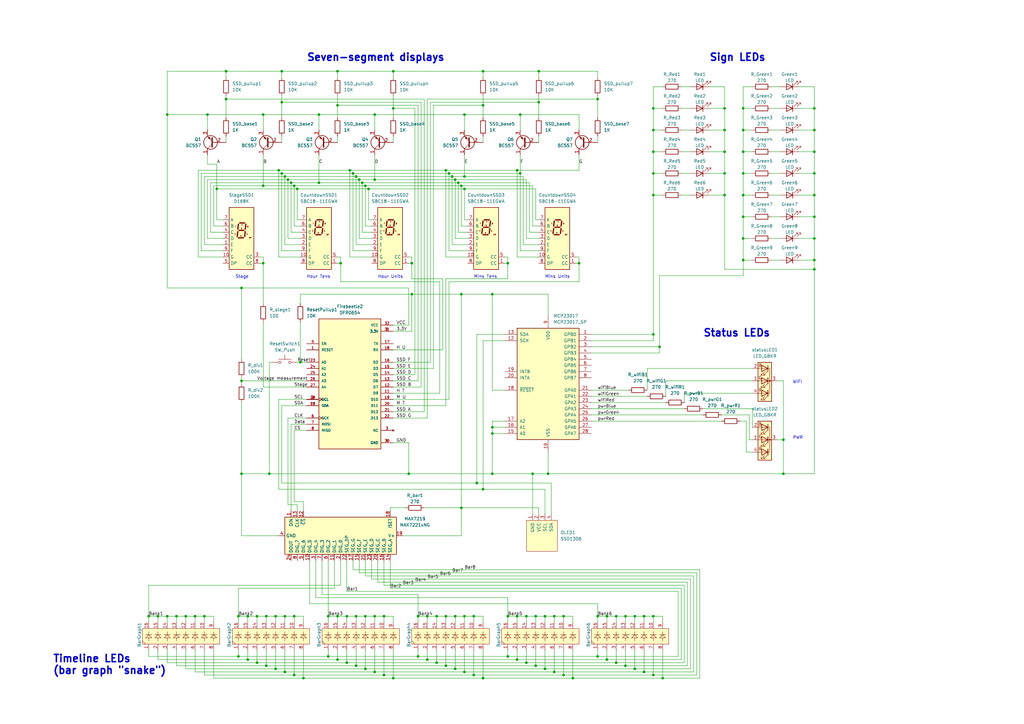
<source format=kicad_sch>
(kicad_sch (version 20230121) (generator eeschema)
  (paper "A3")
  (title_block (title "Loadshedding Clock") (date "2023-12-12") (rev "1"))
  (junction (at 334.01 44.45))
  (junction (at 92.71 40.64))
  (junction (at 297.18 62.23))
  (junction (at 267.97 44.45))
  (junction (at 185.42 72.39))
  (junction (at 321.31 194.31))
  (junction (at 157.48 276.86))
  (junction (at 138.43 29.21))
  (junction (at 171.45 269.24))
  (junction (at 83.82 252.73))
  (junction (at 267.97 71.12))
  (junction (at 297.18 44.45))
  (junction (at 220.98 29.21))
  (junction (at 267.97 80.01))
  (junction (at 245.11 269.24))
  (junction (at 215.9 271.78))
  (junction (at 237.49 107.95))
  (junction (at 179.07 252.73))
  (junction (at 171.45 252.73))
  (junction (at 227.33 275.59))
  (junction (at 267.97 252.73))
  (junction (at 110.49 194.31))
  (junction (at 198.12 43.18))
  (junction (at 134.62 252.73))
  (junction (at 189.23 76.2))
  (junction (at 161.29 44.45))
  (junction (at 198.12 200.66))
  (junction (at 142.24 271.78))
  (junction (at 149.86 76.2))
  (junction (at 304.8 71.12))
  (junction (at 149.86 274.32))
  (junction (at 92.71 29.21))
  (junction (at 85.09 46.99))
  (junction (at 304.8 106.68))
  (junction (at 248.92 270.51))
  (junction (at 64.77 252.73))
  (junction (at 115.57 41.91))
  (junction (at 107.95 107.95))
  (junction (at 113.03 252.73))
  (junction (at 97.79 252.73))
  (junction (at 304.8 80.01))
  (junction (at 151.13 77.47))
  (junction (at 223.52 252.73))
  (junction (at 297.18 53.34))
  (junction (at 201.93 175.26))
  (junction (at 123.19 148.59))
  (junction (at 270.51 142.24))
  (junction (at 201.93 120.65))
  (junction (at 168.91 120.65))
  (junction (at 304.8 44.45))
  (junction (at 231.14 276.86))
  (junction (at 198.12 278.13))
  (junction (at 120.65 252.73))
  (junction (at 130.81 46.99))
  (junction (at 107.95 46.99))
  (junction (at 120.65 276.86))
  (junction (at 186.69 73.66))
  (junction (at 179.07 271.78))
  (junction (at 212.09 69.85))
  (junction (at 213.36 71.12))
  (junction (at 99.06 118.11))
  (junction (at 187.96 74.93))
  (junction (at 297.18 80.01))
  (junction (at 198.12 29.21))
  (junction (at 142.24 252.73))
  (junction (at 144.78 71.12))
  (junction (at 116.84 275.59))
  (junction (at 118.11 73.66))
  (junction (at 208.28 252.73))
  (junction (at 116.84 252.73))
  (junction (at 124.46 278.13))
  (junction (at 190.5 275.59))
  (junction (at 297.18 71.12))
  (junction (at 68.58 252.73))
  (junction (at 212.09 252.73))
  (junction (at 252.73 252.73))
  (junction (at 138.43 252.73))
  (junction (at 194.31 276.86))
  (junction (at 101.6 252.73))
  (junction (at 334.01 97.79))
  (junction (at 175.26 252.73))
  (junction (at 167.64 194.31))
  (junction (at 201.93 177.8))
  (junction (at 267.97 276.86))
  (junction (at 189.23 120.65))
  (junction (at 107.95 76.2))
  (junction (at 143.51 69.85))
  (junction (at 334.01 110.49))
  (junction (at 157.48 252.73))
  (junction (at 76.2 252.73))
  (junction (at 190.5 252.73))
  (junction (at 334.01 88.9))
  (junction (at 153.67 73.66))
  (junction (at 138.43 43.18))
  (junction (at 119.38 74.93))
  (junction (at 189.23 208.28))
  (junction (at 130.81 74.93))
  (junction (at 116.84 72.39))
  (junction (at 190.5 46.99))
  (junction (at 146.05 273.05))
  (junction (at 148.59 74.93))
  (junction (at 105.41 271.78))
  (junction (at 219.71 252.73))
  (junction (at 99.06 156.21))
  (junction (at 271.78 278.13))
  (junction (at 182.88 252.73))
  (junction (at 149.86 252.73))
  (junction (at 182.88 69.85))
  (junction (at 138.43 270.51))
  (junction (at 186.69 252.73))
  (junction (at 304.8 62.23))
  (junction (at 334.01 106.68))
  (junction (at 146.05 252.73))
  (junction (at 139.7 107.95))
  (junction (at 184.15 71.12))
  (junction (at 186.69 274.32))
  (junction (at 194.31 252.73))
  (junction (at 109.22 252.73))
  (junction (at 97.79 269.24))
  (junction (at 113.03 274.32))
  (junction (at 223.52 274.32))
  (junction (at 72.39 252.73))
  (junction (at 304.8 97.79))
  (junction (at 146.05 72.39))
  (junction (at 227.33 252.73))
  (junction (at 168.91 107.95))
  (junction (at 182.88 273.05))
  (junction (at 218.44 194.31))
  (junction (at 215.9 252.73))
  (junction (at 99.06 194.31))
  (junction (at 121.92 77.47))
  (junction (at 153.67 46.99))
  (junction (at 175.26 270.51))
  (junction (at 245.11 252.73))
  (junction (at 101.6 270.51))
  (junction (at 260.35 274.32))
  (junction (at 134.62 269.24))
  (junction (at 109.22 273.05))
  (junction (at 334.01 62.23))
  (junction (at 220.98 41.91))
  (junction (at 321.31 180.34))
  (junction (at 190.5 72.39))
  (junction (at 88.9 77.47))
  (junction (at 304.8 53.34))
  (junction (at 267.97 53.34))
  (junction (at 260.35 252.73))
  (junction (at 80.01 252.73))
  (junction (at 208.28 107.95))
  (junction (at 245.11 40.64))
  (junction (at 161.29 278.13))
  (junction (at 264.16 252.73))
  (junction (at 334.01 53.34))
  (junction (at 213.36 46.99))
  (junction (at 256.54 252.73))
  (junction (at 153.67 252.73))
  (junction (at 120.65 76.2))
  (junction (at 224.79 194.31))
  (junction (at 153.67 275.59))
  (junction (at 208.28 269.24))
  (junction (at 334.01 71.12))
  (junction (at 267.97 62.23))
  (junction (at 219.71 273.05))
  (junction (at 234.95 278.13))
  (junction (at 201.93 194.31))
  (junction (at 248.92 252.73))
  (junction (at 68.58 46.99))
  (junction (at 267.97 137.16))
  (junction (at 190.5 77.47))
  (junction (at 115.57 29.21))
  (junction (at 212.09 270.51))
  (junction (at 147.32 73.66))
  (junction (at 231.14 252.73))
  (junction (at 264.16 275.59))
  (junction (at 304.8 88.9))
  (junction (at 252.73 271.78))
  (junction (at 195.58 198.12))
  (junction (at 161.29 29.21))
  (junction (at 256.54 273.05))
  (junction (at 334.01 80.01))
  (junction (at 114.3 69.85))
  (junction (at 60.96 252.73))
  (junction (at 105.41 252.73))
  (junction (at 115.57 71.12))
  (wire (pts (xy 92.71 31.75) (xy 92.71 29.21)))
  (wire (pts (xy 223.52 252.73) (xy 223.52 255.27)))
  (wire (pts (xy 68.58 29.21) (xy 92.71 29.21)))
  (wire (pts (xy 157.48 252.73) (xy 157.48 255.27)))
  (wire (pts (xy 83.82 100.33) (xy 91.44 100.33)))
  (wire (pts (xy 80.01 252.73) (xy 83.82 252.73)))
  (wire (pts (xy 201.93 175.26) (xy 201.93 177.8)))
  (wire (pts (xy 92.71 39.37) (xy 92.71 40.64)))
  (wire (pts (xy 223.52 200.66) (xy 223.52 210.82)))
  (wire (pts (xy 177.8 151.13) (xy 161.29 151.13)))
  (wire (pts (xy 123.19 124.46) (xy 123.19 120.65)))
  (wire (pts (xy 186.69 266.7) (xy 186.69 274.32)))
  (wire (pts (xy 138.43 252.73) (xy 138.43 255.27)))
  (wire (pts (xy 132.08 243.84) (xy 171.45 243.84)))
  (wire (pts (xy 81.28 105.41) (xy 91.44 105.41)))
  (wire (pts (xy 267.97 35.56) (xy 267.97 44.45)))
  (wire (pts (xy 85.09 67.31) (xy 88.9 67.31)))
  (wire (pts (xy 207.01 172.72) (xy 201.93 172.72)))
  (wire (pts (xy 130.81 63.5) (xy 130.81 74.93)))
  (wire (pts (xy 152.4 97.79) (xy 147.32 97.79)))
  (wire (pts (xy 110.49 194.31) (xy 167.64 194.31)))
  (wire (pts (xy 85.09 53.34) (xy 85.09 46.99)))
  (wire (pts (xy 290.83 53.34) (xy 297.18 53.34)))
  (wire (pts (xy 144.78 233.68) (xy 287.02 233.68)))
  (wire (pts (xy 171.45 156.21) (xy 171.45 43.18)))
  (wire (pts (xy 248.92 252.73) (xy 248.92 255.27)))
  (wire (pts (xy 87.63 278.13) (xy 124.46 278.13)))
  (wire (pts (xy 182.88 69.85) (xy 212.09 69.85)))
  (wire (pts (xy 168.91 105.41) (xy 168.91 107.95)))
  (wire (pts (xy 114.3 163.83) (xy 125.73 163.83)))
  (wire (pts (xy 201.93 172.72) (xy 201.93 175.26)))
  (wire (pts (xy 101.6 252.73) (xy 101.6 255.27)))
  (wire (pts (xy 115.57 41.91) (xy 172.72 41.91)))
  (wire (pts (xy 182.88 105.41) (xy 182.88 69.85)))
  (wire (pts (xy 115.57 29.21) (xy 115.57 31.75)))
  (wire (pts (xy 215.9 97.79) (xy 220.98 97.79)))
  (wire (pts (xy 231.14 252.73) (xy 231.14 255.27)))
  (wire (pts (xy 236.22 105.41) (xy 237.49 105.41)))
  (wire (pts (xy 152.4 102.87) (xy 144.78 102.87)))
  (wire (pts (xy 72.39 252.73) (xy 72.39 255.27)))
  (wire (pts (xy 304.8 62.23) (xy 308.61 62.23)))
  (wire (pts (xy 132.08 229.87) (xy 132.08 243.84)))
  (wire (pts (xy 92.71 40.64) (xy 173.99 40.64)))
  (wire (pts (xy 267.97 44.45) (xy 267.97 53.34)))
  (wire (pts (xy 184.15 71.12) (xy 213.36 71.12)))
  (wire (pts (xy 304.8 97.79) (xy 308.61 97.79)))
  (wire (pts (xy 175.26 252.73) (xy 175.26 255.27)))
  (wire (pts (xy 220.98 29.21) (xy 220.98 31.75)))
  (wire (pts (xy 171.45 243.84) (xy 171.45 252.73)))
  (wire (pts (xy 189.23 92.71) (xy 189.23 76.2)))
  (wire (pts (xy 208.28 245.11) (xy 208.28 252.73)))
  (wire (pts (xy 152.4 237.49) (xy 152.4 229.87)))
  (wire (pts (xy 219.71 252.73) (xy 219.71 255.27)))
  (wire (pts (xy 147.32 73.66) (xy 147.32 97.79)))
  (wire (pts (xy 218.44 194.31) (xy 201.93 194.31)))
  (wire (pts (xy 124.46 278.13) (xy 161.29 278.13)))
  (wire (pts (xy 99.06 156.21) (xy 125.73 156.21)))
  (wire (pts (xy 297.18 80.01) (xy 297.18 110.49)))
  (wire (pts (xy 115.57 71.12) (xy 144.78 71.12)))
  (wire (pts (xy 297.18 44.45) (xy 297.18 53.34)))
  (wire (pts (xy 116.84 72.39) (xy 146.05 72.39)))
  (wire (pts (xy 144.78 71.12) (xy 144.78 102.87)))
  (wire (pts (xy 138.43 39.37) (xy 138.43 43.18)))
  (wire (pts (xy 316.23 106.68) (xy 320.04 106.68)))
  (wire (pts (xy 92.71 29.21) (xy 115.57 29.21)))
  (wire (pts (xy 260.35 274.32) (xy 283.21 274.32)))
  (wire (pts (xy 138.43 270.51) (xy 175.26 270.51)))
  (wire (pts (xy 68.58 271.78) (xy 105.41 271.78)))
  (wire (pts (xy 226.06 210.82) (xy 226.06 198.12)))
  (wire (pts (xy 267.97 62.23) (xy 271.78 62.23)))
  (wire (pts (xy 134.62 229.87) (xy 134.62 252.73)))
  (wire (pts (xy 142.24 252.73) (xy 142.24 255.27)))
  (wire (pts (xy 97.79 255.27) (xy 97.79 252.73)))
  (wire (pts (xy 304.8 71.12) (xy 304.8 80.01)))
  (wire (pts (xy 267.97 80.01) (xy 267.97 137.16)))
  (wire (pts (xy 334.01 88.9) (xy 334.01 97.79)))
  (wire (pts (xy 267.97 53.34) (xy 267.97 62.23)))
  (wire (pts (xy 160.02 208.28) (xy 166.37 208.28)))
  (wire (pts (xy 68.58 46.99) (xy 68.58 29.21)))
  (wire (pts (xy 171.45 269.24) (xy 208.28 269.24)))
  (wire (pts (xy 85.09 73.66) (xy 118.11 73.66)))
  (wire (pts (xy 283.21 274.32) (xy 283.21 237.49)))
  (wire (pts (xy 270.51 113.03) (xy 304.8 113.03)))
  (wire (pts (xy 280.67 161.29) (xy 308.61 161.29)))
  (wire (pts (xy 219.71 90.17) (xy 219.71 77.47)))
  (wire (pts (xy 304.8 71.12) (xy 308.61 71.12)))
  (wire (pts (xy 127 247.65) (xy 245.11 247.65)))
  (wire (pts (xy 134.62 269.24) (xy 97.79 269.24)))
  (wire (pts (xy 171.45 43.18) (xy 138.43 43.18)))
  (wire (pts (xy 105.41 271.78) (xy 142.24 271.78)))
  (wire (pts (xy 116.84 275.59) (xy 153.67 275.59)))
  (wire (pts (xy 187.96 74.93) (xy 187.96 95.25)))
  (wire (pts (xy 83.82 266.7) (xy 83.82 276.86)))
  (wire (pts (xy 118.11 171.45) (xy 118.11 207.01)))
  (wire (pts (xy 120.65 252.73) (xy 120.65 255.27)))
  (wire (pts (xy 68.58 46.99) (xy 68.58 118.11)))
  (wire (pts (xy 191.77 92.71) (xy 189.23 92.71)))
  (wire (pts (xy 175.26 171.45) (xy 161.29 171.45)))
  (wire (pts (xy 148.59 95.25) (xy 152.4 95.25)))
  (wire (pts (xy 334.01 106.68) (xy 327.66 106.68)))
  (wire (pts (xy 260.35 252.73) (xy 264.16 252.73)))
  (wire (pts (xy 224.79 185.42) (xy 224.79 194.31)))
  (wire (pts (xy 321.31 156.21) (xy 321.31 180.34)))
  (wire (pts (xy 87.63 252.73) (xy 87.63 255.27)))
  (wire (pts (xy 316.23 62.23) (xy 320.04 62.23)))
  (wire (pts (xy 161.29 39.37) (xy 161.29 44.45)))
  (wire (pts (xy 153.67 252.73) (xy 153.67 255.27)))
  (wire (pts (xy 182.88 166.37) (xy 182.88 114.3)))
  (wire (pts (xy 218.44 76.2) (xy 189.23 76.2)))
  (wire (pts (xy 198.12 48.26) (xy 198.12 43.18)))
  (wire (pts (xy 334.01 53.34) (xy 334.01 62.23)))
  (wire (pts (xy 223.52 252.73) (xy 227.33 252.73)))
  (wire (pts (xy 124.46 252.73) (xy 124.46 255.27)))
  (wire (pts (xy 304.8 35.56) (xy 304.8 44.45)))
  (wire (pts (xy 290.83 44.45) (xy 297.18 44.45)))
  (wire (pts (xy 242.57 160.02) (xy 257.81 160.02)))
  (wire (pts (xy 279.4 44.45) (xy 283.21 44.45)))
  (wire (pts (xy 306.07 185.42) (xy 308.61 185.42)))
  (wire (pts (xy 82.55 102.87) (xy 82.55 71.12)))
  (wire (pts (xy 267.97 139.7) (xy 267.97 137.16)))
  (wire (pts (xy 198.12 43.18) (xy 177.8 43.18)))
  (wire (pts (xy 273.05 156.21) (xy 308.61 156.21)))
  (wire (pts (xy 327.66 53.34) (xy 334.01 53.34)))
  (wire (pts (xy 201.93 160.02) (xy 201.93 120.65)))
  (wire (pts (xy 123.19 90.17) (xy 121.92 90.17)))
  (wire (pts (xy 161.29 29.21) (xy 161.29 31.75)))
  (wire (pts (xy 267.97 53.34) (xy 271.78 53.34)))
  (wire (pts (xy 316.23 35.56) (xy 320.04 35.56)))
  (wire (pts (xy 264.16 275.59) (xy 264.16 266.7)))
  (wire (pts (xy 171.45 252.73) (xy 175.26 252.73)))
  (wire (pts (xy 256.54 273.05) (xy 256.54 266.7)))
  (wire (pts (xy 153.67 46.99) (xy 153.67 53.34)))
  (wire (pts (xy 248.92 266.7) (xy 248.92 270.51)))
  (wire (pts (xy 109.22 273.05) (xy 146.05 273.05)))
  (wire (pts (xy 151.13 90.17) (xy 152.4 90.17)))
  (wire (pts (xy 267.97 80.01) (xy 271.78 80.01)))
  (wire (pts (xy 182.88 266.7) (xy 182.88 273.05)))
  (wire (pts (xy 198.12 278.13) (xy 234.95 278.13)))
  (wire (pts (xy 267.97 276.86) (xy 267.97 266.7)))
  (wire (pts (xy 149.86 274.32) (xy 149.86 266.7)))
  (wire (pts (xy 264.16 275.59) (xy 284.48 275.59)))
  (wire (pts (xy 179.07 252.73) (xy 179.07 255.27)))
  (wire (pts (xy 161.29 29.21) (xy 198.12 29.21)))
  (wire (pts (xy 114.3 69.85) (xy 143.51 69.85)))
  (wire (pts (xy 252.73 271.78) (xy 252.73 266.7)))
  (wire (pts (xy 177.8 43.18) (xy 177.8 151.13)))
  (wire (pts (xy 64.77 266.7) (xy 64.77 270.51)))
  (wire (pts (xy 125.73 173.99) (xy 119.38 173.99)))
  (wire (pts (xy 175.26 270.51) (xy 212.09 270.51)))
  (wire (pts (xy 72.39 273.05) (xy 109.22 273.05)))
  (wire (pts (xy 138.43 105.41) (xy 139.7 105.41)))
  (wire (pts (xy 252.73 271.78) (xy 280.67 271.78)))
  (wire (pts (xy 227.33 252.73) (xy 231.14 252.73)))
  (wire (pts (xy 284.48 236.22) (xy 284.48 275.59)))
  (wire (pts (xy 161.29 133.35) (xy 167.64 133.35)))
  (wire (pts (xy 60.96 252.73) (xy 64.77 252.73)))
  (wire (pts (xy 82.55 71.12) (xy 115.57 71.12)))
  (wire (pts (xy 72.39 266.7) (xy 72.39 273.05)))
  (wire (pts (xy 109.22 273.05) (xy 109.22 266.7)))
  (wire (pts (xy 125.73 158.75) (xy 107.95 158.75)))
  (wire (pts (xy 201.93 177.8) (xy 201.93 194.31)))
  (wire (pts (xy 87.63 92.71) (xy 91.44 92.71)))
  (wire (pts (xy 242.57 170.18) (xy 288.29 170.18)))
  (wire (pts (xy 83.82 72.39) (xy 116.84 72.39)))
  (wire (pts (xy 138.43 43.18) (xy 138.43 48.26)))
  (wire (pts (xy 134.62 266.7) (xy 134.62 269.24)))
  (wire (pts (xy 327.66 35.56) (xy 334.01 35.56)))
  (wire (pts (xy 119.38 173.99) (xy 119.38 209.55)))
  (wire (pts (xy 123.19 120.65) (xy 168.91 120.65)))
  (wire (pts (xy 143.51 69.85) (xy 182.88 69.85)))
  (wire (pts (xy 152.4 105.41) (xy 143.51 105.41)))
  (wire (pts (xy 279.4 241.3) (xy 160.02 241.3)))
  (wire (pts (xy 304.8 113.03) (xy 304.8 106.68)))
  (wire (pts (xy 279.4 270.51) (xy 279.4 241.3)))
  (wire (pts (xy 161.29 168.91) (xy 173.99 168.91)))
  (wire (pts (xy 88.9 67.31) (xy 88.9 77.47)))
  (wire (pts (xy 327.66 97.79) (xy 334.01 97.79)))
  (wire (pts (xy 280.67 271.78) (xy 280.67 240.03)))
  (wire (pts (xy 194.31 266.7) (xy 194.31 276.86)))
  (wire (pts (xy 81.28 69.85) (xy 114.3 69.85)))
  (wire (pts (xy 213.36 63.5) (xy 213.36 71.12)))
  (wire (pts (xy 123.19 100.33) (xy 116.84 100.33)))
  (wire (pts (xy 167.64 181.61) (xy 167.64 194.31)))
  (wire (pts (xy 86.36 74.93) (xy 119.38 74.93)))
  (wire (pts (xy 83.82 252.73) (xy 87.63 252.73)))
  (wire (pts (xy 153.67 73.66) (xy 186.69 73.66)))
  (wire (pts (xy 208.28 245.11) (xy 129.54 245.11)))
  (wire (pts (xy 245.11 255.27) (xy 245.11 252.73)))
  (wire (pts (xy 290.83 35.56) (xy 297.18 35.56)))
  (wire (pts (xy 68.58 252.73) (xy 72.39 252.73)))
  (wire (pts (xy 154.94 238.76) (xy 281.94 238.76)))
  (wire (pts (xy 121.92 207.01) (xy 121.92 209.55)))
  (wire (pts (xy 149.86 252.73) (xy 149.86 255.27)))
  (wire (pts (xy 142.24 271.78) (xy 142.24 266.7)))
  (wire (pts (xy 191.77 95.25) (xy 187.96 95.25)))
  (wire (pts (xy 151.13 77.47) (xy 190.5 77.47)))
  (wire (pts (xy 120.65 252.73) (xy 124.46 252.73)))
  (wire (pts (xy 198.12 29.21) (xy 220.98 29.21)))
  (wire (pts (xy 146.05 273.05) (xy 146.05 266.7)))
  (wire (pts (xy 201.93 194.31) (xy 167.64 194.31)))
  (wire (pts (xy 190.5 252.73) (xy 194.31 252.73)))
  (wire (pts (xy 281.94 273.05) (xy 256.54 273.05)))
  (wire (pts (xy 173.99 40.64) (xy 173.99 168.91)))
  (wire (pts (xy 245.11 252.73) (xy 248.92 252.73)))
  (wire (pts (xy 271.78 278.13) (xy 271.78 266.7)))
  (wire (pts (xy 304.8 44.45) (xy 304.8 53.34)))
  (wire (pts (xy 215.9 252.73) (xy 219.71 252.73)))
  (wire (pts (xy 260.35 274.32) (xy 260.35 266.7)))
  (wire (pts (xy 215.9 271.78) (xy 252.73 271.78)))
  (wire (pts (xy 182.88 252.73) (xy 186.69 252.73)))
  (wire (pts (xy 271.78 252.73) (xy 271.78 255.27)))
  (wire (pts (xy 115.57 166.37) (xy 115.57 198.12)))
  (wire (pts (xy 214.63 72.39) (xy 214.63 100.33)))
  (wire (pts (xy 304.8 53.34) (xy 308.61 53.34)))
  (wire (pts (xy 290.83 62.23) (xy 297.18 62.23)))
  (wire (pts (xy 219.71 273.05) (xy 219.71 266.7)))
  (wire (pts (xy 99.06 118.11) (xy 167.64 118.11)))
  (wire (pts (xy 316.23 44.45) (xy 320.04 44.45)))
  (wire (pts (xy 237.49 115.57) (xy 237.49 107.95)))
  (wire (pts (xy 207.01 105.41) (xy 208.28 105.41)))
  (wire (pts (xy 146.05 72.39) (xy 185.42 72.39)))
  (wire (pts (xy 297.18 71.12) (xy 297.18 80.01)))
  (wire (pts (xy 218.44 92.71) (xy 218.44 76.2)))
  (wire (pts (xy 198.12 266.7) (xy 198.12 278.13)))
  (wire (pts (xy 267.97 44.45) (xy 271.78 44.45)))
  (wire (pts (xy 123.19 105.41) (xy 114.3 105.41)))
  (wire (pts (xy 191.77 97.79) (xy 186.69 97.79)))
  (wire (pts (xy 214.63 100.33) (xy 220.98 100.33)))
  (wire (pts (xy 161.29 161.29) (xy 180.34 161.29)))
  (wire (pts (xy 168.91 120.65) (xy 168.91 135.89)))
  (wire (pts (xy 123.19 95.25) (xy 119.38 95.25)))
  (wire (pts (xy 80.01 275.59) (xy 116.84 275.59)))
  (wire (pts (xy 105.41 252.73) (xy 109.22 252.73)))
  (wire (pts (xy 304.8 80.01) (xy 304.8 88.9)))
  (wire (pts (xy 118.11 97.79) (xy 118.11 73.66)))
  (wire (pts (xy 107.95 63.5) (xy 107.95 76.2)))
  (wire (pts (xy 147.32 234.95) (xy 147.32 229.87)))
  (wire (pts (xy 237.49 107.95) (xy 236.22 107.95)))
  (wire (pts (xy 118.11 73.66) (xy 147.32 73.66)))
  (wire (pts (xy 334.01 97.79) (xy 334.01 106.68)))
  (wire (pts (xy 161.29 278.13) (xy 161.29 266.7)))
  (wire (pts (xy 264.16 252.73) (xy 267.97 252.73)))
  (wire (pts (xy 80.01 252.73) (xy 80.01 255.27)))
  (wire (pts (xy 113.03 252.73) (xy 116.84 252.73)))
  (wire (pts (xy 176.53 148.59) (xy 161.29 148.59)))
  (wire (pts (xy 125.73 171.45) (xy 118.11 171.45)))
  (wire (pts (xy 121.92 148.59) (xy 123.19 148.59)))
  (wire (pts (xy 86.36 95.25) (xy 91.44 95.25)))
  (wire (pts (xy 278.13 242.57) (xy 278.13 269.24)))
  (wire (pts (xy 190.5 266.7) (xy 190.5 275.59)))
  (wire (pts (xy 316.23 97.79) (xy 320.04 97.79)))
  (wire (pts (xy 198.12 139.7) (xy 198.12 200.66)))
  (wire (pts (xy 144.78 229.87) (xy 144.78 233.68)))
  (wire (pts (xy 219.71 77.47) (xy 190.5 77.47)))
  (wire (pts (xy 161.29 158.75) (xy 172.72 158.75)))
  (wire (pts (xy 137.16 229.87) (xy 137.16 241.3)))
  (wire (pts (xy 281.94 238.76) (xy 281.94 273.05)))
  (wire (pts (xy 110.49 148.59) (xy 110.49 194.31)))
  (wire (pts (xy 208.28 269.24) (xy 208.28 266.7)))
  (wire (pts (xy 153.67 46.99) (xy 130.81 46.99)))
  (wire (pts (xy 297.18 53.34) (xy 297.18 62.23)))
  (wire (pts (xy 129.54 245.11) (xy 129.54 229.87)))
  (wire (pts (xy 184.15 71.12) (xy 184.15 102.87)))
  (wire (pts (xy 181.61 143.51) (xy 181.61 114.3)))
  (wire (pts (xy 175.26 252.73) (xy 179.07 252.73)))
  (wire (pts (xy 334.01 44.45) (xy 334.01 53.34)))
  (wire (pts (xy 138.43 266.7) (xy 138.43 270.51)))
  (wire (pts (xy 195.58 198.12) (xy 195.58 137.16)))
  (wire (pts (xy 307.34 180.34) (xy 308.61 180.34)))
  (wire (pts (xy 279.4 53.34) (xy 283.21 53.34)))
  (wire (pts (xy 114.3 200.66) (xy 114.3 163.83)))
  (wire (pts (xy 327.66 88.9) (xy 334.01 88.9)))
  (wire (pts (xy 231.14 276.86) (xy 267.97 276.86)))
  (wire (pts (xy 120.65 76.2) (xy 149.86 76.2)))
  (wire (pts (xy 60.96 255.27) (xy 60.96 252.73)))
  (wire (pts (xy 139.7 115.57) (xy 139.7 107.95)))
  (wire (pts (xy 267.97 252.73) (xy 271.78 252.73)))
  (wire (pts (xy 72.39 252.73) (xy 76.2 252.73)))
  (wire (pts (xy 212.09 252.73) (xy 215.9 252.73)))
  (wire (pts (xy 280.67 240.03) (xy 157.48 240.03)))
  (wire (pts (xy 161.29 44.45) (xy 170.18 44.45)))
  (wire (pts (xy 208.28 105.41) (xy 208.28 107.95)))
  (wire (pts (xy 327.66 62.23) (xy 334.01 62.23)))
  (wire (pts (xy 334.01 80.01) (xy 334.01 88.9)))
  (wire (pts (xy 213.36 46.99) (xy 213.36 53.34)))
  (wire (pts (xy 185.42 100.33) (xy 185.42 72.39)))
  (wire (pts (xy 99.06 118.11) (xy 68.58 118.11)))
  (wire (pts (xy 180.34 115.57) (xy 139.7 115.57)))
  (wire (pts (xy 121.92 77.47) (xy 151.13 77.47)))
  (wire (pts (xy 207.01 160.02) (xy 201.93 160.02)))
  (wire (pts (xy 119.38 74.93) (xy 130.81 74.93)))
  (wire (pts (xy 306.07 172.72) (xy 306.07 185.42)))
  (wire (pts (xy 307.34 170.18) (xy 307.34 180.34)))
  (wire (pts (xy 267.97 62.23) (xy 267.97 71.12)))
  (wire (pts (xy 165.1 219.71) (xy 189.23 219.71)))
  (wire (pts (xy 278.13 269.24) (xy 245.11 269.24)))
  (wire (pts (xy 107.95 105.41) (xy 107.95 107.95)))
  (wire (pts (xy 190.5 46.99) (xy 190.5 53.34)))
  (wire (pts (xy 212.09 270.51) (xy 212.09 266.7)))
  (wire (pts (xy 123.19 132.08) (xy 123.19 148.59)))
  (wire (pts (xy 285.75 276.86) (xy 285.75 234.95)))
  (wire (pts (xy 186.69 252.73) (xy 186.69 255.27)))
  (wire (pts (xy 161.29 163.83) (xy 184.15 163.83)))
  (wire (pts (xy 116.84 252.73) (xy 120.65 252.73)))
  (wire (pts (xy 179.07 266.7) (xy 179.07 271.78)))
  (wire (pts (xy 189.23 120.65) (xy 201.93 120.65)))
  (wire (pts (xy 124.46 278.13) (xy 124.46 266.7)))
  (wire (pts (xy 109.22 252.73) (xy 113.03 252.73)))
  (wire (pts (xy 237.49 46.99) (xy 213.36 46.99)))
  (wire (pts (xy 260.35 252.73) (xy 260.35 255.27)))
  (wire (pts (xy 297.18 62.23) (xy 297.18 71.12)))
  (wire (pts (xy 308.61 167.64) (xy 308.61 175.26)))
  (wire (pts (xy 115.57 41.91) (xy 115.57 48.26)))
  (wire (pts (xy 267.97 71.12) (xy 271.78 71.12)))
  (wire (pts (xy 142.24 252.73) (xy 146.05 252.73)))
  (wire (pts (xy 267.97 276.86) (xy 285.75 276.86)))
  (wire (pts (xy 213.36 71.12) (xy 213.36 102.87)))
  (wire (pts (xy 231.14 252.73) (xy 234.95 252.73)))
  (wire (pts (xy 198.12 39.37) (xy 198.12 43.18)))
  (wire (pts (xy 99.06 194.31) (xy 99.06 219.71)))
  (wire (pts (xy 327.66 80.01) (xy 334.01 80.01)))
  (wire (pts (xy 146.05 252.73) (xy 149.86 252.73)))
  (wire (pts (xy 168.91 114.3) (xy 168.91 107.95)))
  (wire (pts (xy 115.57 39.37) (xy 115.57 41.91)))
  (wire (pts (xy 220.98 39.37) (xy 220.98 41.91)))
  (wire (pts (xy 207.01 139.7) (xy 198.12 139.7)))
  (wire (pts (xy 297.18 35.56) (xy 297.18 44.45)))
  (wire (pts (xy 189.23 208.28) (xy 220.98 208.28)))
  (wire (pts (xy 97.79 241.3) (xy 97.79 252.73)))
  (wire (pts (xy 130.81 74.93) (xy 148.59 74.93)))
  (wire (pts (xy 87.63 92.71) (xy 87.63 76.2)))
  (wire (pts (xy 109.22 252.73) (xy 109.22 255.27)))
  (wire (pts (xy 208.28 107.95) (xy 207.01 107.95)))
  (wire (pts (xy 213.36 46.99) (xy 190.5 46.99)))
  (wire (pts (xy 153.67 252.73) (xy 157.48 252.73)))
  (wire (pts (xy 213.36 102.87) (xy 220.98 102.87)))
  (wire (pts (xy 267.97 71.12) (xy 267.97 80.01)))
  (wire (pts (xy 87.63 266.7) (xy 87.63 278.13)))
  (wire (pts (xy 308.61 35.56) (xy 304.8 35.56)))
  (wire (pts (xy 116.84 100.33) (xy 116.84 72.39)))
  (wire (pts (xy 189.23 120.65) (xy 189.23 208.28)))
  (wire (pts (xy 316.23 88.9) (xy 320.04 88.9)))
  (wire (pts (xy 182.88 252.73) (xy 182.88 255.27)))
  (wire (pts (xy 92.71 48.26) (xy 92.71 40.64)))
  (wire (pts (xy 208.28 255.27) (xy 208.28 252.73)))
  (wire (pts (xy 99.06 154.94) (xy 99.06 156.21)))
  (wire (pts (xy 76.2 252.73) (xy 80.01 252.73)))
  (wire (pts (xy 227.33 252.73) (xy 227.33 255.27)))
  (wire (pts (xy 80.01 266.7) (xy 80.01 275.59)))
  (wire (pts (xy 113.03 252.73) (xy 113.03 255.27)))
  (wire (pts (xy 180.34 161.29) (xy 180.34 115.57)))
  (wire (pts (xy 148.59 74.93) (xy 148.59 95.25)))
  (wire (pts (xy 60.96 266.7) (xy 60.96 269.24)))
  (wire (pts (xy 88.9 90.17) (xy 91.44 90.17)))
  (wire (pts (xy 219.71 273.05) (xy 256.54 273.05)))
  (wire (pts (xy 194.31 252.73) (xy 194.31 255.27)))
  (wire (pts (xy 172.72 158.75) (xy 172.72 41.91)))
  (wire (pts (xy 161.29 166.37) (xy 182.88 166.37)))
  (wire (pts (xy 161.29 181.61) (xy 167.64 181.61)))
  (wire (pts (xy 245.11 55.88) (xy 245.11 58.42)))
  (wire (pts (xy 304.8 88.9) (xy 308.61 88.9)))
  (wire (pts (xy 242.57 139.7) (xy 267.97 139.7)))
  (wire (pts (xy 107.95 107.95) (xy 107.95 124.46)))
  (wire (pts (xy 134.62 252.73) (xy 138.43 252.73)))
  (wire (pts (xy 106.68 105.41) (xy 107.95 105.41)))
  (wire (pts (xy 248.92 252.73) (xy 252.73 252.73)))
  (wire (pts (xy 220.98 92.71) (xy 218.44 92.71)))
  (wire (pts (xy 185.42 72.39) (xy 190.5 72.39)))
  (wire (pts (xy 99.06 219.71) (xy 114.3 219.71)))
  (wire (pts (xy 88.9 77.47) (xy 121.92 77.47)))
  (wire (pts (xy 99.06 194.31) (xy 110.49 194.31)))
  (wire (pts (xy 85.09 97.79) (xy 91.44 97.79)))
  (wire (pts (xy 223.52 274.32) (xy 260.35 274.32)))
  (wire (pts (xy 153.67 275.59) (xy 190.5 275.59)))
  (wire (pts (xy 142.24 229.87) (xy 142.24 242.57)))
  (wire (pts (xy 265.43 151.13) (xy 265.43 160.02)))
  (wire (pts (xy 146.05 252.73) (xy 146.05 255.27)))
  (wire (pts (xy 60.96 269.24) (xy 97.79 269.24)))
  (wire (pts (xy 267.97 252.73) (xy 267.97 255.27)))
  (wire (pts (xy 105.41 252.73) (xy 105.41 255.27)))
  (wire (pts (xy 304.8 97.79) (xy 304.8 106.68)))
  (wire (pts (xy 120.65 176.53) (xy 120.65 205.74)))
  (wire (pts (xy 120.65 92.71) (xy 120.65 76.2)))
  (wire (pts (xy 97.79 269.24) (xy 97.79 266.7)))
  (wire (pts (xy 123.19 148.59) (xy 125.73 148.59)))
  (wire (pts (xy 151.13 77.47) (xy 151.13 90.17)))
  (wire (pts (xy 223.52 274.32) (xy 223.52 266.7)))
  (wire (pts (xy 99.06 118.11) (xy 99.06 147.32)))
  (wire (pts (xy 279.4 35.56) (xy 283.21 35.56)))
  (wire (pts (xy 242.57 144.78) (xy 270.51 144.78)))
  (wire (pts (xy 198.12 29.21) (xy 198.12 31.75)))
  (wire (pts (xy 219.71 252.73) (xy 223.52 252.73)))
  (wire (pts (xy 304.8 44.45) (xy 308.61 44.45)))
  (wire (pts (xy 283.21 237.49) (xy 152.4 237.49)))
  (wire (pts (xy 101.6 270.51) (xy 101.6 266.7)))
  (wire (pts (xy 139.7 240.03) (xy 60.96 240.03)))
  (wire (pts (xy 113.03 274.32) (xy 113.03 266.7)))
  (wire (pts (xy 168.91 107.95) (xy 167.64 107.95)))
  (wire (pts (xy 224.79 194.31) (xy 218.44 194.31)))
  (wire (pts (xy 81.28 105.41) (xy 81.28 69.85)))
  (wire (pts (xy 176.53 41.91) (xy 176.53 148.59)))
  (wire (pts (xy 99.06 156.21) (xy 99.06 157.48)))
  (wire (pts (xy 191.77 100.33) (xy 185.42 100.33)))
  (wire (pts (xy 297.18 110.49) (xy 334.01 110.49)))
  (wire (pts (xy 226.06 198.12) (xy 195.58 198.12)))
  (wire (pts (xy 167.64 105.41) (xy 168.91 105.41)))
  (wire (pts (xy 142.24 242.57) (xy 278.13 242.57)))
  (wire (pts (xy 160.02 241.3) (xy 160.02 229.87)))
  (wire (pts (xy 130.81 46.99) (xy 130.81 53.34)))
  (wire (pts (xy 161.29 278.13) (xy 198.12 278.13)))
  (wire (pts (xy 147.32 73.66) (xy 153.67 73.66)))
  (wire (pts (xy 245.11 247.65) (xy 245.11 252.73)))
  (wire (pts (xy 217.17 74.93) (xy 187.96 74.93)))
  (wire (pts (xy 304.8 53.34) (xy 304.8 62.23)))
  (wire (pts (xy 88.9 77.47) (xy 88.9 90.17)))
  (wire (pts (xy 143.51 69.85) (xy 143.51 105.41)))
  (wire (pts (xy 107.95 46.99) (xy 107.95 53.34)))
  (wire (pts (xy 157.48 276.86) (xy 194.31 276.86)))
  (wire (pts (xy 321.31 194.31) (xy 334.01 194.31)))
  (wire (pts (xy 237.49 63.5) (xy 237.49 69.85)))
  (wire (pts (xy 304.8 106.68) (xy 308.61 106.68)))
  (wire (pts (xy 175.26 266.7) (xy 175.26 270.51)))
  (wire (pts (xy 334.01 106.68) (xy 334.01 110.49)))
  (wire (pts (xy 184.15 115.57) (xy 237.49 115.57)))
  (wire (pts (xy 198.12 55.88) (xy 198.12 58.42)))
  (wire (pts (xy 304.8 80.01) (xy 308.61 80.01)))
  (wire (pts (xy 167.64 118.11) (xy 167.64 133.35)))
  (wire (pts (xy 245.11 39.37) (xy 245.11 40.64)))
  (wire (pts (xy 115.57 55.88) (xy 115.57 58.42)))
  (wire (pts (xy 153.67 63.5) (xy 153.67 73.66)))
  (wire (pts (xy 264.16 252.73) (xy 264.16 255.27)))
  (wire (pts (xy 83.82 276.86) (xy 120.65 276.86)))
  (wire (pts (xy 68.58 266.7) (xy 68.58 271.78)))
  (wire (pts (xy 212.09 105.41) (xy 220.98 105.41)))
  (wire (pts (xy 242.57 167.64) (xy 280.67 167.64)))
  (wire (pts (xy 234.95 278.13) (xy 234.95 266.7)))
  (wire (pts (xy 139.7 229.87) (xy 139.7 240.03)))
  (wire (pts (xy 123.19 92.71) (xy 120.65 92.71)))
  (wire (pts (xy 175.26 40.64) (xy 175.26 171.45)))
  (wire (pts (xy 271.78 35.56) (xy 267.97 35.56)))
  (wire (pts (xy 121.92 207.01) (xy 118.11 207.01)))
  (wire (pts (xy 157.48 240.03) (xy 157.48 229.87)))
  (wire (pts (xy 142.24 271.78) (xy 179.07 271.78)))
  (wire (pts (xy 149.86 76.2) (xy 189.23 76.2)))
  (wire (pts (xy 279.4 71.12) (xy 283.21 71.12)))
  (wire (pts (xy 245.11 40.64) (xy 175.26 40.64)))
  (wire (pts (xy 186.69 73.66) (xy 215.9 73.66)))
  (wire (pts (xy 107.95 132.08) (xy 107.95 158.75)))
  (wire (pts (xy 242.57 142.24) (xy 270.51 142.24)))
  (wire (pts (xy 208.28 114.3) (xy 208.28 107.95)))
  (wire (pts (xy 234.95 278.13) (xy 271.78 278.13)))
  (wire (pts (xy 220.98 90.17) (xy 219.71 90.17)))
  (wire (pts (xy 179.07 252.73) (xy 182.88 252.73)))
  (wire (pts (xy 190.5 46.99) (xy 153.67 46.99)))
  (wire (pts (xy 245.11 29.21) (xy 245.11 31.75)))
  (wire (pts (xy 92.71 55.88) (xy 92.71 58.42)))
  (wire (pts (xy 215.9 252.73) (xy 215.9 255.27)))
  (wire (pts (xy 201.93 177.8) (xy 207.01 177.8)))
  (wire (pts (xy 318.77 156.21) (xy 321.31 156.21)))
  (wire (pts (xy 138.43 270.51) (xy 101.6 270.51)))
  (wire (pts (xy 120.65 176.53) (xy 125.73 176.53)))
  (wire (pts (xy 161.29 156.21) (xy 171.45 156.21)))
  (wire (pts (xy 242.57 165.1) (xy 273.05 165.1)))
  (wire (pts (xy 245.11 48.26) (xy 245.11 40.64)))
  (wire (pts (xy 139.7 105.41) (xy 139.7 107.95)))
  (wire (pts (xy 227.33 275.59) (xy 264.16 275.59)))
  (wire (pts (xy 160.02 209.55) (xy 160.02 208.28)))
  (wire (pts (xy 149.86 274.32) (xy 186.69 274.32)))
  (wire (pts (xy 220.98 48.26) (xy 220.98 41.91)))
  (wire (pts (xy 189.23 208.28) (xy 189.23 219.71)))
  (wire (pts (xy 171.45 255.27) (xy 171.45 252.73)))
  (wire (pts (xy 334.01 110.49) (xy 334.01 194.31)))
  (wire (pts (xy 173.99 208.28) (xy 189.23 208.28)))
  (wire (pts (xy 115.57 166.37) (xy 125.73 166.37)))
  (wire (pts (xy 256.54 252.73) (xy 256.54 255.27)))
  (wire (pts (xy 198.12 200.66) (xy 114.3 200.66)))
  (wire (pts (xy 304.8 62.23) (xy 304.8 71.12)))
  (wire (pts (xy 123.19 97.79) (xy 118.11 97.79)))
  (wire (pts (xy 124.46 205.74) (xy 120.65 205.74)))
  (wire (pts (xy 327.66 71.12) (xy 334.01 71.12)))
  (wire (pts (xy 224.79 120.65) (xy 224.79 129.54)))
  (wire (pts (xy 304.8 88.9) (xy 304.8 97.79)))
  (wire (pts (xy 198.12 252.73) (xy 198.12 255.27)))
  (wire (pts (xy 134.62 269.24) (xy 171.45 269.24)))
  (wire (pts (xy 295.91 170.18) (xy 307.34 170.18)))
  (wire (pts (xy 64.77 252.73) (xy 68.58 252.73)))
  (wire (pts (xy 191.77 90.17) (xy 190.5 90.17)))
  (wire (pts (xy 116.84 275.59) (xy 116.84 266.7)))
  (wire (pts (xy 220.98 29.21) (xy 245.11 29.21)))
  (wire (pts (xy 270.51 113.03) (xy 270.51 142.24)))
  (wire (pts (xy 121.92 90.17) (xy 121.92 77.47)))
  (wire (pts (xy 290.83 71.12) (xy 297.18 71.12)))
  (wire (pts (xy 184.15 163.83) (xy 184.15 115.57)))
  (wire (pts (xy 60.96 240.03) (xy 60.96 252.73)))
  (wire (pts (xy 157.48 276.86) (xy 157.48 266.7)))
  (wire (pts (xy 115.57 198.12) (xy 195.58 198.12)))
  (wire (pts (xy 105.41 271.78) (xy 105.41 266.7)))
  (wire (pts (xy 242.57 172.72) (xy 295.91 172.72)))
  (wire (pts (xy 137.16 241.3) (xy 97.79 241.3)))
  (wire (pts (xy 83.82 100.33) (xy 83.82 72.39)))
  (wire (pts (xy 146.05 273.05) (xy 182.88 273.05)))
  (wire (pts (xy 161.29 252.73) (xy 161.29 255.27)))
  (wire (pts (xy 161.29 153.67) (xy 170.18 153.67)))
  (wire (pts (xy 334.01 62.23) (xy 334.01 71.12)))
  (wire (pts (xy 76.2 266.7) (xy 76.2 274.32)))
  (wire (pts (xy 170.18 44.45) (xy 170.18 153.67)))
  (wire (pts (xy 186.69 274.32) (xy 223.52 274.32)))
  (wire (pts (xy 154.94 229.87) (xy 154.94 238.76)))
  (wire (pts (xy 191.77 105.41) (xy 182.88 105.41)))
  (wire (pts (xy 149.86 76.2) (xy 149.86 92.71)))
  (wire (pts (xy 270.51 142.24) (xy 270.51 144.78)))
  (wire (pts (xy 252.73 252.73) (xy 252.73 255.27)))
  (wire (pts (xy 64.77 270.51) (xy 101.6 270.51)))
  (wire (pts (xy 186.69 73.66) (xy 186.69 97.79)))
  (wire (pts (xy 149.86 252.73) (xy 153.67 252.73)))
  (wire (pts (xy 124.46 205.74) (xy 124.46 209.55)))
  (wire (pts (xy 149.86 236.22) (xy 284.48 236.22)))
  (wire (pts (xy 327.66 44.45) (xy 334.01 44.45)))
  (wire (pts (xy 161.29 55.88) (xy 161.29 58.42)))
  (wire (pts (xy 144.78 71.12) (xy 184.15 71.12)))
  (wire (pts (xy 97.79 252.73) (xy 101.6 252.73)))
  (wire (pts (xy 161.29 48.26) (xy 161.29 44.45)))
  (wire (pts (xy 220.98 210.82) (xy 220.98 208.28)))
  (wire (pts (xy 231.14 276.86) (xy 231.14 266.7)))
  (wire (pts (xy 237.49 69.85) (xy 212.09 69.85)))
  (wire (pts (xy 248.92 270.51) (xy 279.4 270.51)))
  (wire (pts (xy 82.55 102.87) (xy 91.44 102.87)))
  (wire (pts (xy 215.9 271.78) (xy 215.9 266.7)))
  (wire (pts (xy 115.57 29.21) (xy 138.43 29.21)))
  (wire (pts (xy 194.31 252.73) (xy 198.12 252.73)))
  (wire (pts (xy 223.52 200.66) (xy 198.12 200.66)))
  (wire (pts (xy 139.7 107.95) (xy 138.43 107.95)))
  (wire (pts (xy 85.09 97.79) (xy 85.09 73.66)))
  (wire (pts (xy 114.3 105.41) (xy 114.3 69.85)))
  (wire (pts (xy 224.79 194.31) (xy 321.31 194.31)))
  (wire (pts (xy 280.67 165.1) (xy 280.67 161.29)))
  (wire (pts (xy 242.57 137.16) (xy 267.97 137.16)))
  (wire (pts (xy 218.44 194.31) (xy 218.44 210.82)))
  (wire (pts (xy 68.58 46.99) (xy 85.09 46.99)))
  (wire (pts (xy 208.28 252.73) (xy 212.09 252.73)))
  (wire (pts (xy 195.58 137.16) (xy 207.01 137.16)))
  (wire (pts (xy 248.92 270.51) (xy 212.09 270.51)))
  (wire (pts (xy 171.45 266.7) (xy 171.45 269.24)))
  (wire (pts (xy 168.91 120.65) (xy 189.23 120.65)))
  (wire (pts (xy 134.62 255.27) (xy 134.62 252.73)))
  (wire (pts (xy 279.4 80.01) (xy 283.21 80.01)))
  (wire (pts (xy 116.84 252.73) (xy 116.84 255.27)))
  (wire (pts (xy 153.67 275.59) (xy 153.67 266.7)))
  (wire (pts (xy 191.77 102.87) (xy 184.15 102.87)))
  (wire (pts (xy 179.07 271.78) (xy 215.9 271.78)))
  (wire (pts (xy 220.98 95.25) (xy 217.17 95.25)))
  (wire (pts (xy 182.88 114.3) (xy 208.28 114.3)))
  (wire (pts (xy 215.9 73.66) (xy 215.9 97.79)))
  (wire (pts (xy 85.09 46.99) (xy 107.95 46.99)))
  (wire (pts (xy 168.91 135.89) (xy 161.29 135.89)))
  (wire (pts (xy 186.69 252.73) (xy 190.5 252.73)))
  (wire (pts (xy 287.02 278.13) (xy 271.78 278.13)))
  (wire (pts (xy 279.4 62.23) (xy 283.21 62.23)))
  (wire (pts (xy 190.5 275.59) (xy 227.33 275.59)))
  (wire (pts (xy 220.98 41.91) (xy 176.53 41.91)))
  (wire (pts (xy 308.61 151.13) (xy 265.43 151.13)))
  (wire (pts (xy 212.09 252.73) (xy 212.09 255.27)))
  (wire (pts (xy 101.6 252.73) (xy 105.41 252.73)))
  (wire (pts (xy 290.83 80.01) (xy 297.18 80.01)))
  (wire (pts (xy 234.95 252.73) (xy 234.95 255.27)))
  (wire (pts (xy 237.49 53.34) (xy 237.49 46.99)))
  (wire (pts (xy 273.05 162.56) (xy 273.05 156.21)))
  (wire (pts (xy 152.4 100.33) (xy 146.05 100.33)))
  (wire (pts (xy 194.31 276.86) (xy 231.14 276.86)))
  (wire (pts (xy 87.63 76.2) (xy 107.95 76.2)))
  (wire (pts (xy 138.43 55.88) (xy 138.43 58.42)))
  (wire (pts (xy 138.43 29.21) (xy 138.43 31.75)))
  (wire (pts (xy 119.38 95.25) (xy 119.38 74.93)))
  (wire (pts (xy 190.5 90.17) (xy 190.5 77.47)))
  (wire (pts (xy 242.57 162.56) (xy 265.43 162.56)))
  (wire (pts (xy 212.09 69.85) (xy 212.09 105.41)))
  (wire (pts (xy 120.65 276.86) (xy 120.65 266.7)))
  (wire (pts (xy 115.57 102.87) (xy 115.57 71.12)))
  (wire (pts (xy 149.86 229.87) (xy 149.86 236.22)))
  (wire (pts (xy 111.76 148.59) (xy 110.49 148.59)))
  (wire (pts (xy 306.07 172.72) (xy 303.53 172.72)))
  (wire (pts (xy 316.23 53.34) (xy 320.04 53.34)))
  (wire (pts (xy 106.68 107.95) (xy 107.95 107.95)))
  (wire (pts (xy 190.5 252.73) (xy 190.5 255.27)))
  (wire (pts (xy 130.81 46.99) (xy 107.95 46.99)))
  (wire (pts (xy 245.11 269.24) (xy 208.28 269.24)))
  (wire (pts (xy 181.61 114.3) (xy 168.91 114.3)))
  (wire (pts (xy 161.29 143.51) (xy 181.61 143.51)))
  (wire (pts (xy 120.65 276.86) (xy 157.48 276.86)))
  (wire (pts (xy 217.17 95.25) (xy 217.17 74.93)))
  (wire (pts (xy 334.01 71.12) (xy 334.01 80.01)))
  (wire (pts (xy 245.11 266.7) (xy 245.11 269.24)))
  (wire (pts (xy 318.77 180.34) (xy 321.31 180.34)))
  (wire (pts (xy 76.2 252.73) (xy 76.2 255.27)))
  (wire (pts (xy 308.61 167.64) (xy 288.29 167.64)))
  (wire (pts (xy 149.86 92.71) (xy 152.4 92.71)))
  (wire (pts (xy 68.58 252.73) (xy 68.58 255.27)))
  (wire (pts (xy 64.77 252.73) (xy 64.77 255.27)))
  (wire (pts (xy 99.06 194.31) (xy 99.06 165.1)))
  (wire (pts (xy 220.98 55.88) (xy 220.98 58.42)))
  (wire (pts (xy 83.82 252.73) (xy 83.82 255.27)))
  (wire (pts (xy 86.36 95.25) (xy 86.36 74.93)))
  (wire (pts (xy 190.5 63.5) (xy 190.5 72.39)))
  (wire (pts (xy 190.5 72.39) (xy 214.63 72.39)))
  (wire (pts (xy 334.01 35.56) (xy 334.01 44.45)))
  (wire (pts (xy 146.05 100.33) (xy 146.05 72.39)))
  (wire (pts (xy 256.54 252.73) (xy 260.35 252.73)))
  (wire (pts (xy 157.48 252.73) (xy 161.29 252.73)))
  (wire (pts (xy 316.23 80.01) (xy 320.04 80.01)))
  (wire (pts (xy 127 229.87) (xy 127 247.65)))
  (wire (pts (xy 252.73 252.73) (xy 256.54 252.73)))
  (wire (pts (xy 285.75 234.95) (xy 147.32 234.95)))
  (wire (pts (xy 237.49 105.41) (xy 237.49 107.95)))
  (wire (pts (xy 316.23 71.12) (xy 320.04 71.12)))
  (wire (pts (xy 138.43 252.73) (xy 142.24 252.73)))
  (wire (pts (xy 85.09 63.5) (xy 85.09 67.31)))
  (wire (pts (xy 201.93 120.65) (xy 224.79 120.65)))
  (wire (pts (xy 113.03 274.32) (xy 149.86 274.32)))
  (wire (pts (xy 227.33 275.59) (xy 227.33 266.7)))
  (wire (pts (xy 201.93 175.26) (xy 207.01 175.26)))
  (wire (pts (xy 321.31 180.34) (xy 321.31 194.31)))
  (wire (pts (xy 287.02 233.68) (xy 287.02 278.13)))
  (wire (pts (xy 123.19 102.87) (xy 115.57 102.87)))
  (wire (pts (xy 107.95 76.2) (xy 120.65 76.2)))
  (wire (pts (xy 148.59 74.93) (xy 187.96 74.93)))
  (wire (pts (xy 76.2 274.32) (xy 113.03 274.32)))
  (wire (pts (xy 182.88 273.05) (xy 219.71 273.05)))
  (wire (pts (xy 138.43 29.21) (xy 161.29 29.21)))
  (text "Mins Units" (at 223.52 114.3 0) (effects (font (size 1.27 1.27)) (justify left bottom)))
  (text "Seven-segment displays" (at 125.73 25.4 0) (effects (font (size 3 3) (thickness 0.6) bold) (justify left bottom)))
  (text "Timeline LEDs\n(bar graph \"snake\")" (at 21.59 276.86 0) (effects (font (size 3 3) (thickness 0.6) bold) (justify left bottom)))
  (text "Mins Tens\n" (at 194.31 114.3 0) (effects (font (size 1.27 1.27)) (justify left bottom)))
  (text "Sign LEDs" (at 290.83 25.4 0) (effects (font (size 3 3) (thickness 0.6) bold) (justify left bottom)))
  (text "Status LEDs" (at 288.29 138.43 0) (effects (font (size 3 3) (thickness 0.6) bold) (justify left bottom)))
  (text "Hour Units\n" (at 154.94 114.3 0) (effects (font (size 1.27 1.27)) (justify left bottom)))
  (text "Stage\n" (at 96.52 114.3 0) (effects (font (size 1.27 1.27)) (justify left bottom)))
  (text "Hour Tens\n" (at 125.73 114.3 0) (effects (font (size 1.27 1.27)) (justify left bottom)))
  (text "WIFI" (at 325.12 157.48 0) (effects (font (size 1.27 1.27)) (justify left bottom)))
  (text "PWR\n" (at 325.12 180.34 0) (effects (font (size 1.27 1.27)) (justify left bottom)))
  (label "CLK" (at 120.65 171.45 0))
  (label "Stage" (at 120.65 158.75 0))
  (label "M T" (at 162.56 166.37 0))
  (label "3.3V" (at 162.56 135.89 0))
  (label "pwrRed" (at 245.11 172.72 0))
  (label "G" (at 237.49 67.31 0))
  (label "Bar5" (at 175.26 237.49 0))
  (label "M U" (at 162.56 163.83 0))
  (label "Bar4" (at 170.18 238.76 0))
  (label "A" (at 88.9 67.31 0))
  (label "CS" (at 120.65 176.53 0))
  (label "SCL" (at 120.65 163.83 0))
  (label "Bar2" (at 160.02 241.3 0))
  (label "H U" (at 162.56 143.51 0))
  (label "Bank5" (at 208.28 252.73 0))
  (label "Voltage measurement" (at 105.41 156.21 0))
  (label "Reset" (at 121.92 148.59 0))
  (label "Bank1" (at 60.96 252.73 0))
  (label "D" (at 153.67 67.31 0))
  (label "Bank3" (at 134.62 252.73 0))
  (label "C" (at 130.81 67.31 0))
  (label "GND" (at 162.56 181.61 0))
  (label "Bank6" (at 245.11 252.73 0))
  (label "H T" (at 162.56 161.29 0))
  (label "wifiBlue" (at 245.11 160.02 0))
  (label "SSD A" (at 162.56 168.91 0))
  (label "SSD G" (at 162.56 171.45 0))
  (label "SDA" (at 120.65 166.37 0))
  (label "pwrBlue" (at 245.11 167.64 0))
  (label "Bar6" (at 180.34 236.22 0))
  (label "wifiGreen" (at 245.11 162.56 0))
  (label "SSD D" (at 162.56 153.67 0))
  (label "SSD F" (at 162.56 148.59 0))
  (label "B" (at 107.95 67.31 0))
  (label "Bar8" (at 190.5 233.68 0))
  (label "Bar7" (at 185.42 234.95 0))
  (label "Bank4" (at 171.45 252.73 0))
  (label "SSD E" (at 162.56 151.13 0))
  (label "F" (at 213.36 67.31 0))
  (label "SSD B" (at 162.56 158.75 0))
  (label "E" (at 190.5 67.31 0))
  (label "SSD C" (at 162.56 156.21 0))
  (label "VCC" (at 162.56 133.35 0))
  (label "Bank2" (at 97.79 252.73 0))
  (label "Data" (at 120.65 173.99 0))
  (label "wifiRed" (at 245.11 165.1 0))
  (label "Bar1" (at 142.24 242.57 0))
  (label "pwrGreen" (at 245.11 170.18 0))
  (label "Bar3" (at 165.1 240.03 0))
  (symbol (lib_id "Device:R") (at 92.71 35.56 180) (unit 1)
    (property "Reference" "SSD_pullup1" (at 95.25 34.29 0) (effects (justify right)))
    (property "Value" "10K" (at 95.25 36.83 0) (effects (justify right)))
    (property "Footprint" "Resistor_THT:R_Axial_DIN0207_L6.3mm_D2.5mm_P10.16mm_Horizontal" (effects hide))
  )
  (symbol (lib_id "Device:R") (at 161.29 35.56 180) (unit 1)
    (property "Reference" "SSD_pullup4" (at 163.83 34.29 0) (effects (justify right)))
    (property "Value" "10K" (at 163.83 36.83 0) (effects (justify right)))
    (property "Footprint" "Resistor_THT:R_Axial_DIN0207_L6.3mm_D2.5mm_P10.16mm_Horizontal" (effects hide))
  )
  (symbol (lib_id "Device:R") (at 245.11 52.07 180) (unit 1)
    (property "Reference" "SSD_base7" (at 247.65 50.8 0) (effects (justify right)))
    (property "Value" "1K" (at 247.65 53.34 0) (effects (justify right)))
    (property "Footprint" "Resistor_THT:R_Axial_DIN0207_L6.3mm_D2.5mm_P10.16mm_Horizontal" (effects hide))
  )
  (symbol (lib_id "Device:R") (at 284.48 167.64 270) (unit 1)
    (property "Reference" "R_pwrB1" (at 284.48 161.29 90))
    (property "Value" "270" (at 284.48 163.83 90))
    (property "Footprint" "Resistor_THT:R_Axial_DIN0207_L6.3mm_D2.5mm_P10.16mm_Horizontal" (effects hide))
  )
  (symbol (lib_id "Device:R") (at 275.59 62.23 90) (unit 1)
    (property "Reference" "R_Red4" (at 275.59 57.15 90))
    (property "Value" "270" (at 275.59 59.69 90))
    (property "Footprint" "Resistor_THT:R_Axial_DIN0207_L6.3mm_D2.5mm_P10.16mm_Horizontal" (effects hide))
  )
  (symbol (lib_id "Transistor_BJT:BC557") (at 215.9 58.42 180) (unit 1)
    (property "Reference" "Q6" (at 210.82 57.15 0) (effects (justify left)))
    (property "Value" "BC557" (at 210.82 59.69 0) (effects (justify left)))
    (property "Footprint" "Package_TO_SOT_THT:TO-92_Inline" (effects hide))
    (property "Datasheet" "https://www.onsemi.com/pub/Collateral/BC556BTA-D.pdf" (effects hide))
  )
  (symbol (lib_id "Device:LED") (at 287.02 71.12 180) (unit 1)
    (property "Reference" "Red5" (at 287.02 66.04 0))
    (property "Value" "LED" (at 287.02 68.58 0))
    (property "Footprint" "LED_THT:LED_D5.0mm" (effects hide))
  )
  (symbol (lib_id "Device:R") (at 312.42 44.45 90) (unit 1)
    (property "Reference" "R_Green2" (at 312.42 39.37 90))
    (property "Value" "270" (at 312.42 41.91 90))
    (property "Footprint" "Resistor_THT:R_Axial_DIN0207_L6.3mm_D2.5mm_P10.16mm_Horizontal" (effects hide))
  )
  (symbol (lib_id "Device:R") (at 312.42 53.34 90) (unit 1)
    (property "Reference" "R_Green3" (at 312.42 48.26 90))
    (property "Value" "270" (at 312.42 50.8 90))
    (property "Footprint" "Resistor_THT:R_Axial_DIN0207_L6.3mm_D2.5mm_P10.16mm_Horizontal" (effects hide))
  )
  (symbol (lib_id "Device:R") (at 312.42 80.01 90) (unit 1)
    (property "Reference" "R_Green6" (at 312.42 74.93 90))
    (property "Value" "270" (at 312.42 77.47 90))
    (property "Footprint" "Resistor_THT:R_Axial_DIN0207_L6.3mm_D2.5mm_P10.16mm_Horizontal" (effects hide))
  )
  (symbol (lib_id "Display_Character:SBC18-11EGWA") (at 228.6 97.79 0) (unit 1)
    (property "Reference" "CountdownSSD4" (at 228.6 80.01 0))
    (property "Value" "SBC18-11EGWA" (at 228.6 82.55 0))
    (property "Footprint" "Display_7Segment:SBC18-11SURKCGKWA" (effects hide))
    (property "Datasheet" "http://www.kingbrightusa.com/images/catalog/SPEC/SBC18-11EGWA.pdf" (effects hide))
  )
  (symbol (lib_id "Device:R") (at 161.29 52.07 180) (unit 1)
    (property "Reference" "SSD_base4" (at 163.83 50.8 0) (effects (justify right)))
    (property "Value" "1K" (at 163.83 53.34 0) (effects (justify right)))
    (property "Footprint" "Resistor_THT:R_Axial_DIN0207_L6.3mm_D2.5mm_P10.16mm_Horizontal" (effects hide))
  )
  (symbol (lib_id "Device:LED") (at 287.02 62.23 180) (unit 1)
    (property "Reference" "Red4" (at 287.02 57.15 0))
    (property "Value" "LED" (at 287.02 59.69 0))
    (property "Footprint" "LED_THT:LED_D5.0mm" (effects hide))
  )
  (symbol (lib_id "Device:LED") (at 323.85 44.45 180) (unit 1)
    (property "Reference" "Green2" (at 323.85 39.37 0))
    (property "Value" "LED" (at 323.85 41.91 0))
    (property "Footprint" "LED_THT:LED_D5.0mm" (effects hide))
  )
  (symbol (lib_id "Device:R") (at 275.59 44.45 90) (unit 1)
    (property "Reference" "R_Red2" (at 275.59 39.37 90))
    (property "Value" "270" (at 275.59 41.91 90))
    (property "Footprint" "Resistor_THT:R_Axial_DIN0207_L6.3mm_D2.5mm_P10.16mm_Horizontal" (effects hide))
  )
  (symbol (lib_id "Device:R") (at 220.98 52.07 180) (unit 1)
    (property "Reference" "SSD_base6" (at 223.52 50.8 0) (effects (justify right)))
    (property "Value" "1K" (at 223.52 53.34 0) (effects (justify right)))
    (property "Footprint" "Resistor_THT:R_Axial_DIN0207_L6.3mm_D2.5mm_P10.16mm_Horizontal" (effects hide))
  )
  (symbol (lib_id "Display_Graphic:Bar_Graph") (at 220.98 260.35 0) (unit 1)
    (property "Reference" "BarGraph5" (at 204.47 255.27 90) (effects (justify right)))
    (property "Value" "~" (at 220.98 260.35 0))
    (property "Footprint" "MyLibrary:Bar graph" (effects hide))
  )
  (symbol (lib_id "Device:R") (at 312.42 106.68 90) (unit 1)
    (property "Reference" "R_Green9" (at 312.42 101.6 90))
    (property "Value" "270" (at 312.42 104.14 90))
    (property "Footprint" "Resistor_THT:R_Axial_DIN0207_L6.3mm_D2.5mm_P10.16mm_Horizontal" (effects hide))
  )
  (symbol (lib_id "Device:R") (at 138.43 35.56 180) (unit 1)
    (property "Reference" "SSD_pullup3" (at 140.97 34.29 0) (effects (justify right)))
    (property "Value" "10K" (at 140.97 36.83 0) (effects (justify right)))
    (property "Footprint" "Resistor_THT:R_Axial_DIN0207_L6.3mm_D2.5mm_P10.16mm_Horizontal" (effects hide))
  )
  (symbol (lib_id "Device:R") (at 312.42 97.79 90) (unit 1)
    (property "Reference" "R_Green8" (at 312.42 92.71 90))
    (property "Value" "270" (at 312.42 95.25 90))
    (property "Footprint" "Resistor_THT:R_Axial_DIN0207_L6.3mm_D2.5mm_P10.16mm_Horizontal" (effects hide))
  )
  (symbol (lib_id "Display_Graphic:Bar_Graph") (at 110.49 260.35 0) (unit 1)
    (property "Reference" "BarGraph2" (at 93.98 255.27 90) (effects (justify right)))
    (property "Value" "~" (at 110.49 260.35 0))
    (property "Footprint" "MyLibrary:Bar graph" (effects hide))
  )
  (symbol (lib_id "Transistor_BJT:BC557") (at 193.04 58.42 180) (unit 1)
    (property "Reference" "Q5" (at 187.96 57.15 0) (effects (justify left)))
    (property "Value" "BC557" (at 187.96 59.69 0) (effects (justify left)))
    (property "Footprint" "Package_TO_SOT_THT:TO-92_Inline" (effects hide))
    (property "Datasheet" "https://www.onsemi.com/pub/Collateral/BC556BTA-D.pdf" (effects hide))
  )
  (symbol (lib_id "Device:R") (at 245.11 35.56 180) (unit 1)
    (property "Reference" "SSD_pullup7" (at 247.65 34.29 0) (effects (justify right)))
    (property "Value" "10K" (at 247.65 36.83 0) (effects (justify right)))
    (property "Footprint" "Resistor_THT:R_Axial_DIN0207_L6.3mm_D2.5mm_P10.16mm_Horizontal" (effects hide))
  )
  (symbol (lib_id "Device:R") (at 312.42 71.12 90) (unit 1)
    (property "Reference" "R_Green5" (at 312.42 66.04 90))
    (property "Value" "270" (at 312.42 68.58 90))
    (property "Footprint" "Resistor_THT:R_Axial_DIN0207_L6.3mm_D2.5mm_P10.16mm_Horizontal" (effects hide))
  )
  (symbol (lib_id "Device:LED") (at 323.85 97.79 180) (unit 1)
    (property "Reference" "Green8" (at 323.85 92.71 0))
    (property "Value" "LED" (at 323.85 95.25 0))
    (property "Footprint" "LED_THT:LED_D5.0mm" (effects hide))
  )
  (symbol (lib_id "Device:R") (at 269.24 162.56 90) (unit 1)
    (property "Reference" "R_wifiG1" (at 269.24 156.21 90))
    (property "Value" "270" (at 269.24 158.75 90))
    (property "Footprint" "Resistor_THT:R_Axial_DIN0207_L6.3mm_D2.5mm_P10.16mm_Horizontal" (effects hide))
  )
  (symbol (lib_id "Device:R") (at 99.06 161.29 0) (unit 1)
    (property "Reference" "R_div2" (at 101.6 160.02 0) (effects (justify left)))
    (property "Value" "100K" (at 101.6 162.56 0) (effects (justify left)))
    (property "Footprint" "Resistor_THT:R_Axial_DIN0207_L6.3mm_D2.5mm_P10.16mm_Horizontal" (effects hide))
  )
  (symbol (lib_id "Device:R") (at 275.59 53.34 90) (unit 1)
    (property "Reference" "R_Red3" (at 275.59 48.26 90))
    (property "Value" "270" (at 275.59 50.8 90))
    (property "Footprint" "Resistor_THT:R_Axial_DIN0207_L6.3mm_D2.5mm_P10.16mm_Horizontal" (effects hide))
  )
  (symbol (lib_id "Device:R") (at 220.98 35.56 180) (unit 1)
    (property "Reference" "SSD_pullup6" (at 223.52 34.29 0) (effects (justify right)))
    (property "Value" "10K" (at 223.52 36.83 0) (effects (justify right)))
    (property "Footprint" "Resistor_THT:R_Axial_DIN0207_L6.3mm_D2.5mm_P10.16mm_Horizontal" (effects hide))
  )
  (symbol (lib_id "Display_Character:SBC18-11EGWA") (at 160.02 97.79 0) (unit 1)
    (property "Reference" "CountdownSSD2" (at 160.02 80.01 0))
    (property "Value" "SBC18-11EGWA" (at 160.02 82.55 0))
    (property "Footprint" "Display_7Segment:SBC18-11SURKCGKWA" (effects hide))
    (property "Datasheet" "http://www.kingbrightusa.com/images/catalog/SPEC/SBC18-11EGWA.pdf" (effects hide))
  )
  (symbol (lib_id "Display_Character:SBC18-11EGWA") (at 130.81 97.79 0) (unit 1)
    (property "Reference" "CountdownSSD1" (at 130.81 80.01 0))
    (property "Value" "SBC18-11EGWA" (at 130.81 82.55 0))
    (property "Footprint" "Display_7Segment:SBC18-11SURKCGKWA" (effects hide))
    (property "Datasheet" "http://www.kingbrightusa.com/images/catalog/SPEC/SBC18-11EGWA.pdf" (effects hide))
  )
  (symbol (lib_id "Device:R") (at 312.42 62.23 90) (unit 1)
    (property "Reference" "R_Green4" (at 312.42 57.15 90))
    (property "Value" "270" (at 312.42 59.69 90))
    (property "Footprint" "Resistor_THT:R_Axial_DIN0207_L6.3mm_D2.5mm_P10.16mm_Horizontal" (effects hide))
  )
  (symbol (lib_id "Transistor_BJT:BC557") (at 240.03 58.42 180) (unit 1)
    (property "Reference" "Q7" (at 234.95 57.15 0) (effects (justify left)))
    (property "Value" "BC557" (at 234.95 59.69 0) (effects (justify left)))
    (property "Footprint" "Package_TO_SOT_THT:TO-92_Inline" (effects hide))
    (property "Datasheet" "https://www.onsemi.com/pub/Collateral/BC556BTA-D.pdf" (effects hide))
  )
  (symbol (lib_id "Device:R") (at 312.42 35.56 90) (unit 1)
    (property "Reference" "R_Green1" (at 312.42 30.48 90))
    (property "Value" "270" (at 312.42 33.02 90))
    (property "Footprint" "Resistor_THT:R_Axial_DIN0207_L6.3mm_D2.5mm_P10.16mm_Horizontal" (effects hide))
  )
  (symbol (lib_id "Device:LED") (at 287.02 80.01 180) (unit 1)
    (property "Reference" "Red6" (at 287.02 74.93 0))
    (property "Value" "LED" (at 287.02 77.47 0))
    (property "Footprint" "LED_THT:LED_D5.0mm" (effects hide))
  )
  (symbol (lib_id "Interface_Expansion:MCP23017_SP") (at 224.79 157.48 0) (unit 1)
    (property "Reference" "MCP23017" (at 226.9841 129.54 0) (effects (justify left)))
    (property "Value" "MCP23017_SP" (at 226.9841 132.08 0) (effects (justify left)))
    (property "Footprint" "Package_DIP:DIP-28_W7.62mm" (effects hide))
    (property "Datasheet" "http://ww1.microchip.com/downloads/en/DeviceDoc/20001952C.pdf" (effects hide))
  )
  (symbol (lib_id "Display_Graphic:Bar_Graph") (at 73.66 260.35 0) (unit 1)
    (property "Reference" "BarGraph1" (at 57.15 255.27 90) (effects (justify right)))
    (property "Value" "~" (at 73.66 260.35 0))
    (property "Footprint" "MyLibrary:Bar graph" (effects hide))
  )
  (symbol (lib_id "Device:R") (at 107.95 128.27 180) (unit 1)
    (property "Reference" "R_stage1" (at 110.49 127 0) (effects (justify right)))
    (property "Value" "100" (at 110.49 129.54 0) (effects (justify right)))
    (property "Footprint" "Resistor_THT:R_Axial_DIN0207_L6.3mm_D2.5mm_P10.16mm_Horizontal" (effects hide))
  )
  (symbol (lib_id "Device:R") (at 198.12 35.56 180) (unit 1)
    (property "Reference" "SSD_pullup5" (at 200.66 34.29 0) (effects (justify right)))
    (property "Value" "10K" (at 200.66 36.83 0) (effects (justify right)))
    (property "Footprint" "Resistor_THT:R_Axial_DIN0207_L6.3mm_D2.5mm_P10.16mm_Horizontal" (effects hide))
  )
  (symbol (lib_id "Device:R") (at 138.43 52.07 180) (unit 1)
    (property "Reference" "SSD_base3" (at 140.97 50.8 0) (effects (justify right)))
    (property "Value" "1K" (at 140.97 53.34 0) (effects (justify right)))
    (property "Footprint" "Resistor_THT:R_Axial_DIN0207_L6.3mm_D2.5mm_P10.16mm_Horizontal" (effects hide))
  )
  (symbol (lib_id "Device:LED") (at 287.02 35.56 180) (unit 1)
    (property "Reference" "Red1" (at 287.02 30.48 0))
    (property "Value" "LED" (at 287.02 33.02 0))
    (property "Footprint" "LED_THT:LED_D5.0mm" (effects hide))
  )
  (symbol (lib_id "Device:R") (at 312.42 88.9 90) (unit 1)
    (property "Reference" "R_Green7" (at 312.42 83.82 90))
    (property "Value" "270" (at 312.42 86.36 90))
    (property "Footprint" "Resistor_THT:R_Axial_DIN0207_L6.3mm_D2.5mm_P10.16mm_Horizontal" (effects hide))
  )
  (symbol (lib_id "Transistor_BJT:BC557") (at 133.35 58.42 180) (unit 1)
    (property "Reference" "Q3" (at 128.27 57.15 0) (effects (justify left)))
    (property "Value" "BC557" (at 128.27 59.69 0) (effects (justify left)))
    (property "Footprint" "Package_TO_SOT_THT:TO-92_Inline" (effects hide))
    (property "Datasheet" "https://www.onsemi.com/pub/Collateral/BC556BTA-D.pdf" (effects hide))
  )
  (symbol (lib_id "Device:LED_GBKR") (at 313.69 156.21 180) (unit 1)
    (property "Reference" "statusLED1" (at 313.69 143.51 0))
    (property "Value" "LED_GBKR" (at 313.69 146.05 0))
    (property "Footprint" "LED_THT:LED_D5.0mm-4_RGB_Wide_Pins" (effects hide))
  )
  (symbol (lib_id "Device:LED") (at 323.85 80.01 180) (unit 1)
    (property "Reference" "Green6" (at 323.85 74.93 0))
    (property "Value" "LED" (at 323.85 77.47 0))
    (property "Footprint" "LED_THT:LED_D5.0mm" (effects hide))
  )
  (symbol (lib_id "Device:LED") (at 287.02 44.45 180) (unit 1)
    (property "Reference" "Red2" (at 287.02 39.37 0))
    (property "Value" "LED" (at 287.02 41.91 0))
    (property "Footprint" "LED_THT:LED_D5.0mm" (effects hide))
  )
  (symbol (lib_id "Device:LED") (at 323.85 53.34 180) (unit 1)
    (property "Reference" "Green3" (at 323.85 48.26 0))
    (property "Value" "LED" (at 323.85 50.8 0))
    (property "Footprint" "LED_THT:LED_D5.0mm" (effects hide))
  )
  (symbol (lib_id "Device:R") (at 292.1 170.18 90) (unit 1)
    (property "Reference" "R_pwrG1" (at 292.1 163.83 90))
    (property "Value" "270" (at 292.1 166.37 90))
    (property "Footprint" "Resistor_THT:R_Axial_DIN0207_L6.3mm_D2.5mm_P10.16mm_Horizontal" (effects hide))
  )
  (symbol (lib_id "Device:LED") (at 323.85 88.9 180) (unit 1)
    (property "Reference" "Green7" (at 323.85 83.82 0))
    (property "Value" "LED" (at 323.85 86.36 0))
    (property "Footprint" "LED_THT:LED_D5.0mm" (effects hide))
  )
  (symbol (lib_id "Device:R") (at 170.18 208.28 90) (unit 1)
    (property "Reference" "R_bar1" (at 170.18 203.2 90))
    (property "Value" "270" (at 170.18 205.74 90))
    (property "Footprint" "Resistor_THT:R_Axial_DIN0207_L6.3mm_D2.5mm_P10.16mm_Horizontal" (effects hide))
  )
  (symbol (lib_id "Transistor_BJT:BC557") (at 110.49 58.42 180) (unit 1)
    (property "Reference" "Q2" (at 105.41 57.15 0) (effects (justify left)))
    (property "Value" "BC557" (at 105.41 59.69 0) (effects (justify left)))
    (property "Footprint" "Package_TO_SOT_THT:TO-92_Inline" (effects hide))
    (property "Datasheet" "https://www.onsemi.com/pub/Collateral/BC556BTA-D.pdf" (effects hide))
  )
  (symbol (lib_id "Transistor_BJT:BC557") (at 156.21 58.42 180) (unit 1)
    (property "Reference" "Q4" (at 151.13 57.15 0) (effects (justify left)))
    (property "Value" "BC557" (at 151.13 59.69 0) (effects (justify left)))
    (property "Footprint" "Package_TO_SOT_THT:TO-92_Inline" (effects hide))
    (property "Datasheet" "https://www.onsemi.com/pub/Collateral/BC556BTA-D.pdf" (effects hide))
  )
  (symbol (lib_id "Device:LED") (at 323.85 71.12 180) (unit 1)
    (property "Reference" "Green5" (at 323.85 66.04 0))
    (property "Value" "LED" (at 323.85 68.58 0))
    (property "Footprint" "LED_THT:LED_D5.0mm" (effects hide))
  )
  (symbol (lib_id "Device:R") (at 275.59 80.01 90) (unit 1)
    (property "Reference" "R_Red6" (at 275.59 74.93 90))
    (property "Value" "270" (at 275.59 77.47 90))
    (property "Footprint" "Resistor_THT:R_Axial_DIN0207_L6.3mm_D2.5mm_P10.16mm_Horizontal" (effects hide))
  )
  (symbol (lib_id "Device:LED_GBKR") (at 313.69 180.34 180) (unit 1)
    (property "Reference" "statusLED2" (at 313.69 167.64 0))
    (property "Value" "LED_GBKR" (at 313.69 170.18 0))
    (property "Footprint" "LED_THT:LED_D5.0mm-4_RGB_Wide_Pins" (effects hide))
  )
  (symbol (lib_id "Device:LED") (at 323.85 62.23 180) (unit 1)
    (property "Reference" "Green4" (at 323.85 57.15 0))
    (property "Value" "LED" (at 323.85 59.69 0))
    (property "Footprint" "LED_THT:LED_D5.0mm" (effects hide))
  )
  (symbol (lib_id "Device:LED") (at 287.02 53.34 180) (unit 1)
    (property "Reference" "Red3" (at 287.02 48.26 0))
    (property "Value" "LED" (at 287.02 50.8 0))
    (property "Footprint" "LED_THT:LED_D5.0mm" (effects hide))
  )
  (symbol (lib_id "Transistor_BJT:BC557") (at 87.63 58.42 180) (unit 1)
    (property "Reference" "Q1" (at 82.55 57.15 0) (effects (justify left)))
    (property "Value" "BC557" (at 82.55 59.69 0) (effects (justify left)))
    (property "Footprint" "Package_TO_SOT_THT:TO-92_Inline" (effects hide))
    (property "Datasheet" "https://www.onsemi.com/pub/Collateral/BC556BTA-D.pdf" (effects hide))
  )
  (symbol (lib_id "Device:R") (at 275.59 71.12 90) (unit 1)
    (property "Reference" "R_Red5" (at 275.59 66.04 90))
    (property "Value" "270" (at 275.59 68.58 90))
    (property "Footprint" "Resistor_THT:R_Axial_DIN0207_L6.3mm_D2.5mm_P10.16mm_Horizontal" (effects hide))
  )
  (symbol (lib_id "Display_Character:D168K") (at 99.06 97.79 0) (unit 1)
    (property "Reference" "StageSSD1" (at 99.06 80.01 0))
    (property "Value" "D168K" (at 99.06 82.55 0))
    (property "Footprint" "Display_7Segment:D1X8K" (effects hide))
    (property "Datasheet" "https://ia800903.us.archive.org/24/items/CTKD1x8K/Cromatek%20D168K.pdf" (effects hide))
  )
  (symbol (lib_id "Device:LED") (at 323.85 35.56 180) (unit 1)
    (property "Reference" "Green1" (at 323.85 30.48 0))
    (property "Value" "LED" (at 323.85 33.02 0))
    (property "Footprint" "LED_THT:LED_D5.0mm" (effects hide))
  )
  (symbol (lib_id "Device:R") (at 115.57 52.07 180) (unit 1)
    (property "Reference" "SSD_base2" (at 118.11 50.8 0) (effects (justify right)))
    (property "Value" "1K" (at 118.11 53.34 0) (effects (justify right)))
    (property "Footprint" "Resistor_THT:R_Axial_DIN0207_L6.3mm_D2.5mm_P10.16mm_Horizontal" (effects hide))
  )
  (symbol (lib_id "Device:R") (at 123.19 128.27 180) (unit 1)
    (property "Reference" "ResetPullup1" (at 125.73 127 0) (effects (justify right)))
    (property "Value" "10K" (at 125.73 129.54 0) (effects (justify right)))
    (property "Footprint" "Resistor_THT:R_Axial_DIN0207_L6.3mm_D2.5mm_P10.16mm_Horizontal" (effects hide))
  )
  (symbol (lib_id "Display_Graphic:Bar_Graph") (at 147.32 260.35 0) (unit 1)
    (property "Reference" "BarGraph3" (at 130.81 255.27 90) (effects (justify right)))
    (property "Value" "~" (at 147.32 260.35 0))
    (property "Footprint" "MyLibrary:Bar graph" (effects hide))
  )
  (symbol (lib_id "Device:R") (at 115.57 35.56 180) (unit 1)
    (property "Reference" "SSD_pullup2" (at 118.11 34.29 0) (effects (justify right)))
    (property "Value" "10K" (at 118.11 36.83 0) (effects (justify right)))
    (property "Footprint" "Resistor_THT:R_Axial_DIN0207_L6.3mm_D2.5mm_P10.16mm_Horizontal" (effects hide))
  )
  (symbol (lib_id "Device:R") (at 99.06 151.13 180) (unit 1)
    (property "Reference" "R_div1" (at 101.6 149.86 0) (effects (justify right)))
    (property "Value" "100K" (at 101.6 152.4 0) (effects (justify right)))
    (property "Footprint" "Resistor_THT:R_Axial_DIN0207_L6.3mm_D2.5mm_P10.16mm_Horizontal" (effects hide))
  )
  (symbol (lib_id "SSD1306-128x64_OLED:SSD1306") (at 222.25 219.71 0) (unit 1)
    (property "Reference" "OLED1" (at 229.87 218.44 0) (effects (justify left)))
    (property "Value" "SSD1306" (at 229.87 220.98 0) (effects (justify left)))
    (property "Footprint" "MyLibrary:oled" (effects hide))
  )
  (symbol (lib_id "Display_Graphic:Bar_Graph") (at 257.81 260.35 0) (unit 1)
    (property "Reference" "BarGraph6" (at 241.3 255.27 90) (effects (justify right)))
    (property "Value" "~" (at 257.81 260.35 0))
    (property "Footprint" "MyLibrary:Bar graph" (effects hide))
  )
  (symbol (lib_id "Device:R") (at 276.86 165.1 90) (unit 1)
    (property "Reference" "R_wifiR1" (at 276.86 158.75 90))
    (property "Value" "270" (at 276.86 161.29 90))
    (property "Footprint" "Resistor_THT:R_Axial_DIN0207_L6.3mm_D2.5mm_P10.16mm_Horizontal" (effects hide))
  )
  (symbol (lib_id "Switch:SW_Push") (at 116.84 148.59 0) (unit 1)
    (property "Reference" "ResetSwitch1" (at 116.84 140.97 0))
    (property "Value" "SW_Push" (at 116.84 143.51 0))
    (property "Footprint" "Button_Switch_THT:SW_PUSH_6mm" (effects hide))
  )
  (symbol (lib_id "Display_Graphic:Bar_Graph") (at 184.15 260.35 0) (unit 1)
    (property "Reference" "BarGraph4" (at 167.64 255.27 90) (effects (justify right)))
    (property "Value" "~" (at 184.15 260.35 0))
    (property "Footprint" "MyLibrary:Bar graph" (effects hide))
  )
  (symbol (lib_id "Device:LED") (at 323.85 106.68 180) (unit 1)
    (property "Reference" "Green9" (at 323.85 101.6 0))
    (property "Value" "LED" (at 323.85 104.14 0))
    (property "Footprint" "LED_THT:LED_D5.0mm" (effects hide))
  )
  (symbol (lib_id "Device:R") (at 261.62 160.02 270) (unit 1)
    (property "Reference" "R_wifiB1" (at 261.62 153.67 90))
    (property "Value" "270" (at 261.62 156.21 90))
    (property "Footprint" "Resistor_THT:R_Axial_DIN0207_L6.3mm_D2.5mm_P10.16mm_Horizontal" (effects hide))
  )
  (symbol (lib_id "Display_Character:SBC18-11EGWA") (at 199.39 97.79 0) (unit 1)
    (property "Reference" "CountdownSSD3" (at 199.39 80.01 0))
    (property "Value" "SBC18-11EGWA" (at 199.39 82.55 0))
    (property "Footprint" "Display_7Segment:SBC18-11SURKCGKWA" (effects hide))
    (property "Datasheet" "http://www.kingbrightusa.com/images/catalog/SPEC/SBC18-11EGWA.pdf" (effects hide))
  )
  (symbol (lib_id "Device:R") (at 275.59 35.56 90) (unit 1)
    (property "Reference" "R_Red1" (at 275.59 30.48 90))
    (property "Value" "270" (at 275.59 33.02 90))
    (property "Footprint" "Resistor_THT:R_Axial_DIN0207_L6.3mm_D2.5mm_P10.16mm_Horizontal" (effects hide))
  )
  (symbol (lib_id "Driver_LED:MAX7221xNG") (at 139.7 219.71 270) (unit 1)
    (property "Reference" "MAX7219" (at 170.18 212.7819 90))
    (property "Value" "MAX7221xNG" (at 170.18 215.3219 90))
    (property "Footprint" "Package_DIP:DIP-24_W7.62mm" (effects hide))
    (property "Datasheet" "https://datasheets.maximintegrated.com/en/ds/MAX7219-MAX7221.pdf" (effects hide))
  )
  (symbol (lib_id "Device:R") (at 198.12 52.07 180) (unit 1)
    (property "Reference" "SSD_base5" (at 200.66 50.8 0) (effects (justify right)))
    (property "Value" "1K" (at 200.66 53.34 0) (effects (justify right)))
    (property "Footprint" "Resistor_THT:R_Axial_DIN0207_L6.3mm_D2.5mm_P10.16mm_Horizontal" (effects hide))
  )
  (symbol (lib_id "DFR0654:DFR0654") (at 143.51 156.21 0) (unit 1)
    (property "Reference" "Firebeetle2" (at 143.51 125.73 0))
    (property "Value" "DFR0654" (at 143.51 128.27 0))
    (property "Footprint" "DFR0654:MODULE_DFR0654" (effects hide))
    (property "MF" "DFRobot" (effects hide))
    (property "Description" "\nESP32 ESP32-E Transceiver; 802.11 b/g/n/d/e/i/k/r (Wi-Fi, WiFi, WLAN), Bluetooth® Smart 4.x Low Energy (BLE) 2.4GHz ~ 2.5GHz Evaluation Board\n" (effects hide))
    (property "Package" "None" (effects hide))
    (property "Price" "None" (effects hide))
    (property "Check_prices" "https://www.snapeda.com/parts/DFR0654/DFRobot/view-part/?ref=eda" (effects hide))
    (property "STANDARD" "Manufacturer Recommendations" (effects hide))
    (property "SnapEDA_Link" "https://www.snapeda.com/parts/DFR0654/DFRobot/view-part/?ref=snap" (effects hide))
    (property "MP" "DFR0654" (effects hide))
    (property "Purchase-URL" "https://www.snapeda.com/api/url_track_click_mouser/?unipart_id=6027324&manufacturer=DFRobot&part_name=DFR0654&search_term=None" (effects hide))
    (property "Availability" "In Stock" (effects hide))
    (property "MANUFACTURER" "DFRobot" (effects hide))
  )
  (symbol (lib_id "Device:R") (at 92.71 52.07 180) (unit 1)
    (property "Reference" "SSD_base1" (at 95.25 50.8 0) (effects (justify right)))
    (property "Value" "1K" (at 95.25 53.34 0) (effects (justify right)))
    (property "Footprint" "Resistor_THT:R_Axial_DIN0207_L6.3mm_D2.5mm_P10.16mm_Horizontal" (effects hide))
  )
  (symbol (lib_id "Device:R") (at 299.72 172.72 90) (unit 1)
    (property "Reference" "R_pwrR1" (at 299.72 166.37 90))
    (property "Value" "270" (at 299.72 168.91 90))
    (property "Footprint" "Resistor_THT:R_Axial_DIN0207_L6.3mm_D2.5mm_P10.16mm_Horizontal" (effects hide))
  )
)
</source>
